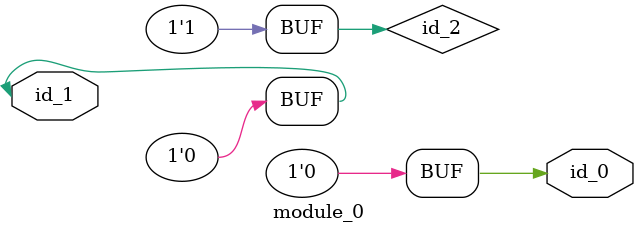
<source format=v>
module module_0 (
    output id_0,
    input  id_1
);
  assign id_0 = id_1;
  assign id_0 = ~1;
  reg id_2;
  assign id_0[1] = 1;
  assign id_2 = 1;
  always @(1) begin
    id_2 <= 1;
  end
endmodule

</source>
